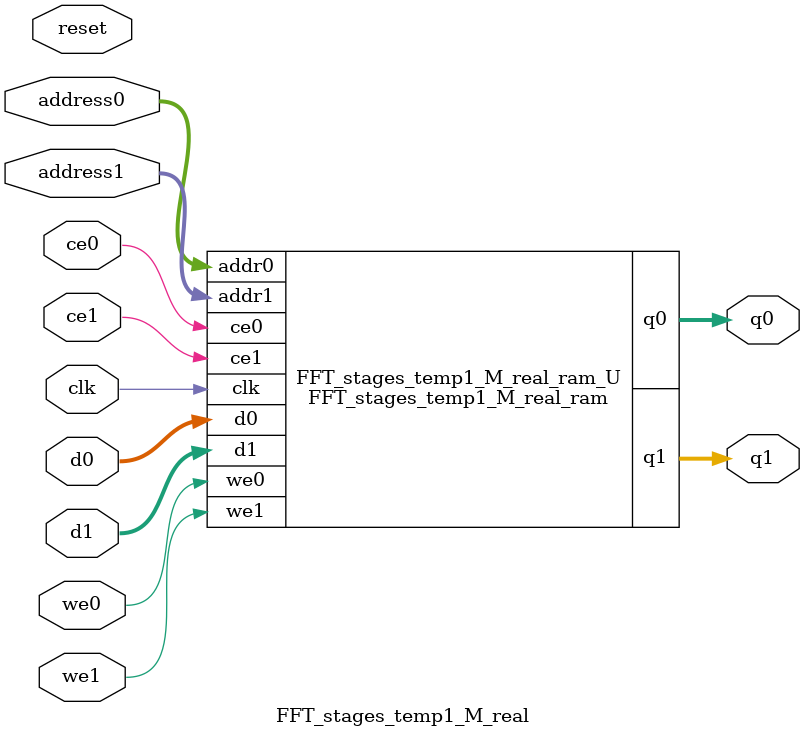
<source format=v>
`timescale 1 ns / 1 ps
module FFT_stages_temp1_M_real_ram (addr0, ce0, d0, we0, q0, addr1, ce1, d1, we1, q1,  clk);

parameter DWIDTH = 32;
parameter AWIDTH = 3;
parameter MEM_SIZE = 8;

input[AWIDTH-1:0] addr0;
input ce0;
input[DWIDTH-1:0] d0;
input we0;
output reg[DWIDTH-1:0] q0;
input[AWIDTH-1:0] addr1;
input ce1;
input[DWIDTH-1:0] d1;
input we1;
output reg[DWIDTH-1:0] q1;
input clk;

(* ram_style = "block" *)reg [DWIDTH-1:0] ram[0:MEM_SIZE-1];




always @(posedge clk)  
begin 
    if (ce0) 
    begin
        if (we0) 
        begin 
            ram[addr0] <= d0; 
        end 
        q0 <= ram[addr0];
    end
end


always @(posedge clk)  
begin 
    if (ce1) 
    begin
        if (we1) 
        begin 
            ram[addr1] <= d1; 
        end 
        q1 <= ram[addr1];
    end
end


endmodule

`timescale 1 ns / 1 ps
module FFT_stages_temp1_M_real(
    reset,
    clk,
    address0,
    ce0,
    we0,
    d0,
    q0,
    address1,
    ce1,
    we1,
    d1,
    q1);

parameter DataWidth = 32'd32;
parameter AddressRange = 32'd8;
parameter AddressWidth = 32'd3;
input reset;
input clk;
input[AddressWidth - 1:0] address0;
input ce0;
input we0;
input[DataWidth - 1:0] d0;
output[DataWidth - 1:0] q0;
input[AddressWidth - 1:0] address1;
input ce1;
input we1;
input[DataWidth - 1:0] d1;
output[DataWidth - 1:0] q1;



FFT_stages_temp1_M_real_ram FFT_stages_temp1_M_real_ram_U(
    .clk( clk ),
    .addr0( address0 ),
    .ce0( ce0 ),
    .we0( we0 ),
    .d0( d0 ),
    .q0( q0 ),
    .addr1( address1 ),
    .ce1( ce1 ),
    .we1( we1 ),
    .d1( d1 ),
    .q1( q1 ));

endmodule


</source>
